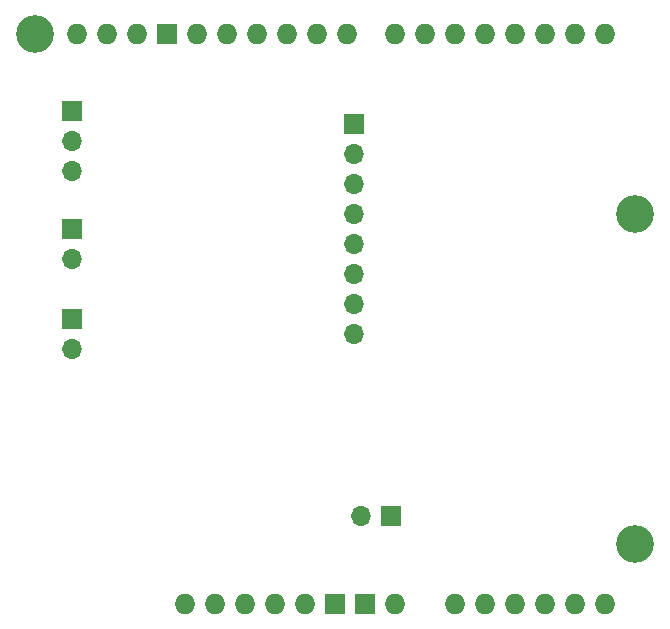
<source format=gbs>
%TF.GenerationSoftware,KiCad,Pcbnew,7.0.2*%
%TF.CreationDate,2023-09-07T17:56:31+02:00*%
%TF.ProjectId,BEP-RFID-cashdrawer,4245502d-5246-4494-942d-636173686472,rev?*%
%TF.SameCoordinates,Original*%
%TF.FileFunction,Soldermask,Bot*%
%TF.FilePolarity,Negative*%
%FSLAX46Y46*%
G04 Gerber Fmt 4.6, Leading zero omitted, Abs format (unit mm)*
G04 Created by KiCad (PCBNEW 7.0.2) date 2023-09-07 17:56:31*
%MOMM*%
%LPD*%
G01*
G04 APERTURE LIST*
%ADD10O,1.727200X1.727200*%
%ADD11R,1.727200X1.727200*%
%ADD12C,3.200000*%
%ADD13O,1.700000X1.700000*%
%ADD14R,1.700000X1.700000*%
G04 APERTURE END LIST*
D10*
%TO.C,XA1*%
X157480000Y-113030000D03*
X133096000Y-64770000D03*
X130556000Y-64770000D03*
X144780000Y-113030000D03*
X142240000Y-113030000D03*
D11*
X154940000Y-113030000D03*
X152400000Y-113030000D03*
X138176000Y-64770000D03*
D10*
X140716000Y-64770000D03*
X143256000Y-64770000D03*
X145796000Y-64770000D03*
X148336000Y-64770000D03*
X150876000Y-64770000D03*
X153416000Y-64770000D03*
X157480000Y-64770000D03*
X160020000Y-64770000D03*
X162560000Y-64770000D03*
X165100000Y-64770000D03*
X167640000Y-64770000D03*
X170180000Y-64770000D03*
X172720000Y-64770000D03*
X175260000Y-64770000D03*
X135636000Y-64770000D03*
X175260000Y-113030000D03*
X172720000Y-113030000D03*
X170180000Y-113030000D03*
X167640000Y-113030000D03*
X165100000Y-113030000D03*
X162560000Y-113030000D03*
X149860000Y-113030000D03*
X147320000Y-113030000D03*
D12*
X177800000Y-80010000D03*
D10*
X139700000Y-113030000D03*
D12*
X177800000Y-107950000D03*
X127000000Y-64770000D03*
%TD*%
D13*
%TO.C,J5*%
X154622500Y-105568750D03*
D14*
X157162500Y-105568750D03*
%TD*%
D13*
%TO.C,J4*%
X130175000Y-91440000D03*
D14*
X130175000Y-88900000D03*
%TD*%
D13*
%TO.C,J3*%
X130175000Y-83815000D03*
D14*
X130175000Y-81275000D03*
%TD*%
D13*
%TO.C,J2*%
X130175000Y-76358750D03*
X130175000Y-73818750D03*
D14*
X130175000Y-71278750D03*
%TD*%
D13*
%TO.C,J1*%
X153987500Y-90170000D03*
X153987500Y-87630000D03*
X153987500Y-85090000D03*
X153987500Y-82550000D03*
X153987500Y-80010000D03*
X153987500Y-77470000D03*
X153987500Y-74930000D03*
D14*
X153987500Y-72390000D03*
%TD*%
M02*

</source>
